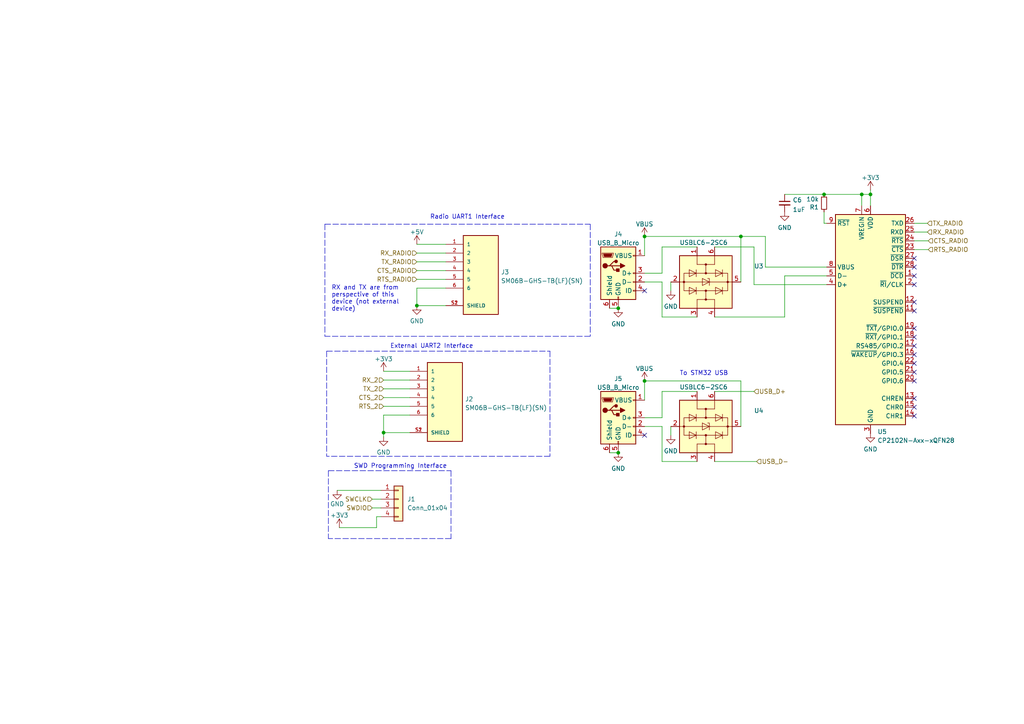
<source format=kicad_sch>
(kicad_sch (version 20211123) (generator eeschema)
  (paper "A4")
  (lib_symbols
    (symbol "Connector:USB_B_Micro" (pin_names (offset 1.016))
      (property "Reference" "J" (at -5.08 11.43 0))
      (property "Value" "USB_B_Micro" (at -5.08 8.89 0))
      (symbol "USB_B_Micro_0_1"
        (rectangle (start -5.08 -7.62) (end 5.08 7.62) (stroke (width 0.254)) (fill (type background)))
        (circle (center -3.81 2.159) (radius 0.635) (stroke (width 0.254)) (fill (type outline)))
        (circle (center -0.635 3.429) (radius 0.381) (stroke (width 0.254)) (fill (type outline)))
        (rectangle (start -0.127 -7.62) (end 0.127 -6.858))
        (polyline (pts (xy -1.905 2.159) (xy 0.635 2.159)) (stroke (width 0.254)))
        (polyline (pts (xy -3.175 2.159) (xy -2.54 2.159) (xy -1.27 3.429) (xy -0.635 3.429)) (stroke (width 0.254)))
        (polyline (pts (xy -2.54 2.159) (xy -1.905 2.159) (xy -1.27 0.889) (xy 0 0.889)) (stroke (width 0.254)))
        (polyline (pts (xy 0.635 2.794) (xy 0.635 1.524) (xy 1.905 2.159) (xy 0.635 2.794)) (stroke (width 0.254)) (fill (type outline)))
        (polyline (pts (xy -4.318 5.588) (xy -1.778 5.588) (xy -2.032 4.826) (xy -4.064 4.826) (xy -4.318 5.588)) (fill (type outline)))
        (polyline (pts (xy -4.699 5.842) (xy -4.699 5.588) (xy -4.445 4.826) (xy -4.445 4.572) (xy -1.651 4.572) (xy -1.651 4.826) (xy -1.397 5.588) (xy -1.397 5.842) (xy -4.699 5.842)))
        (rectangle (start 0.254 1.27) (end -0.508 0.508) (stroke (width 0.254)) (fill (type outline)))
        (rectangle (start 5.08 -5.207) (end 4.318 -4.953))
        (rectangle (start 5.08 -2.667) (end 4.318 -2.413))
        (rectangle (start 5.08 -0.127) (end 4.318 0.127))
        (rectangle (start 5.08 4.953) (end 4.318 5.207))
      )
      (symbol "USB_B_Micro_1_1"
        (pin power_out line (at 7.62 5.08 180) (length 2.54) (name "VBUS") (number "1"))
        (pin bidirectional line (at 7.62 -2.54 180) (length 2.54) (name "D-") (number "2"))
        (pin bidirectional line (at 7.62 0 180) (length 2.54) (name "D+") (number "3"))
        (pin passive line (at 7.62 -5.08 180) (length 2.54) (name "ID") (number "4"))
        (pin power_out line (at 0 -10.16 90) (length 2.54) (name "GND") (number "5"))
        (pin passive line (at -2.54 -10.16 90) (length 2.54) (name "Shield") (number "6"))
      )
    )
    (symbol "Connector_Generic:Conn_01x04" (pin_names (offset 1.016) hide)
      (property "Reference" "J" (at 0 5.08 0))
      (property "Value" "Conn_01x04" (at 0 -7.62 0))
      (symbol "Conn_01x04_1_1"
        (rectangle (start -1.27 -4.953) (end 0 -5.207) (stroke (width 0.1524)))
        (rectangle (start -1.27 -2.413) (end 0 -2.667) (stroke (width 0.1524)))
        (rectangle (start -1.27 0.127) (end 0 -0.127) (stroke (width 0.1524)))
        (rectangle (start -1.27 2.667) (end 0 2.413) (stroke (width 0.1524)))
        (rectangle (start -1.27 3.81) (end 1.27 -6.35) (stroke (width 0.254)) (fill (type background)))
        (pin passive line (at -5.08 2.54 0) (length 3.81) (name "Pin_1") (number "1"))
        (pin passive line (at -5.08 0 0) (length 3.81) (name "Pin_2") (number "2"))
        (pin passive line (at -5.08 -2.54 0) (length 3.81) (name "Pin_3") (number "3"))
        (pin passive line (at -5.08 -5.08 0) (length 3.81) (name "Pin_4") (number "4"))
      )
    )
    (symbol "Device:C_Small" (pin_numbers hide) (pin_names (offset 0.254) hide)
      (property "Reference" "C" (at 0.254 1.778 0))
      (property "Value" "C_Small" (at 0.254 -2.032 0))
      (symbol "C_Small_0_1"
        (polyline (pts (xy -1.524 -0.508) (xy 1.524 -0.508)) (stroke (width 0.3302)))
        (polyline (pts (xy -1.524 0.508) (xy 1.524 0.508)) (stroke (width 0.3048)))
      )
      (symbol "C_Small_1_1"
        (pin passive line (at 0 2.54 270) (length 2.032) (name "~") (number "1"))
        (pin passive line (at 0 -2.54 90) (length 2.032) (name "~") (number "2"))
      )
    )
    (symbol "Interface_USB:CP2102N-Axx-xQFN28"
      (property "Reference" "U" (at -8.89 31.75 0))
      (property "Value" "CP2102N-Axx-xQFN28" (at 12.7 31.75 0))
      (symbol "CP2102N-Axx-xQFN28_0_1"
        (rectangle (start -10.16 30.48) (end 10.16 -30.48) (stroke (width 0.254)) (fill (type background)))
      )
      (symbol "CP2102N-Axx-xQFN28_1_1"
        (pin input line (at 12.7 12.7 180) (length 2.54) (name "~{DCD}") (number "1"))
        (pin no_connect line (at -10.16 -27.94 0) (length 2.54) hide (name "NC") (number "10"))
        (pin output line (at 12.7 2.54 180) (length 2.54) (name "~{SUSPEND}") (number "11"))
        (pin output line (at 12.7 5.08 180) (length 2.54) (name "SUSPEND") (number "12"))
        (pin output line (at 12.7 -22.86 180) (length 2.54) (name "CHREN") (number "13"))
        (pin output line (at 12.7 -27.94 180) (length 2.54) (name "CHR1") (number "14"))
        (pin output line (at 12.7 -25.4 180) (length 2.54) (name "CHR0") (number "15"))
        (pin bidirectional line (at 12.7 -10.16 180) (length 2.54) (name "~{WAKEUP}/GPIO.3") (number "16"))
        (pin bidirectional line (at 12.7 -7.62 180) (length 2.54) (name "RS485/GPIO.2") (number "17"))
        (pin bidirectional line (at 12.7 -5.08 180) (length 2.54) (name "~{RXT}/GPIO.1") (number "18"))
        (pin bidirectional line (at 12.7 -2.54 180) (length 2.54) (name "~{TXT}/GPIO.0") (number "19"))
        (pin bidirectional line (at 12.7 10.16 180) (length 2.54) (name "~{RI}/CLK") (number "2"))
        (pin bidirectional line (at 12.7 -17.78 180) (length 2.54) (name "GPIO.6") (number "20"))
        (pin bidirectional line (at 12.7 -15.24 180) (length 2.54) (name "GPIO.5") (number "21"))
        (pin bidirectional line (at 12.7 -12.7 180) (length 2.54) (name "GPIO.4") (number "22"))
        (pin input line (at 12.7 20.32 180) (length 2.54) (name "~{CTS}") (number "23"))
        (pin output line (at 12.7 22.86 180) (length 2.54) (name "~{RTS}") (number "24"))
        (pin input line (at 12.7 25.4 180) (length 2.54) (name "RXD") (number "25"))
        (pin output line (at 12.7 27.94 180) (length 2.54) (name "TXD") (number "26"))
        (pin input line (at 12.7 17.78 180) (length 2.54) (name "~{DSR}") (number "27"))
        (pin output line (at 12.7 15.24 180) (length 2.54) (name "~{DTR}") (number "28"))
        (pin passive line (at 0 -33.02 90) (length 2.54) hide (name "GND") (number "29"))
        (pin power_in line (at 0 -33.02 90) (length 2.54) (name "GND") (number "3"))
        (pin bidirectional line (at -12.7 10.16 0) (length 2.54) (name "D+") (number "4"))
        (pin bidirectional line (at -12.7 12.7 0) (length 2.54) (name "D-") (number "5"))
        (pin power_in line (at 0 33.02 270) (length 2.54) (name "VDD") (number "6"))
        (pin power_in line (at -2.54 33.02 270) (length 2.54) (name "VREGIN") (number "7"))
        (pin input line (at -12.7 15.24 0) (length 2.54) (name "VBUS") (number "8"))
        (pin input line (at -12.7 27.94 0) (length 2.54) (name "~{RST}") (number "9"))
      )
    )
    (symbol "Nebula-rescue:R_Small-Device-H7_FlightComputer-rescue" (pin_numbers hide) (pin_names (offset 0.254) hide)
      (property "Reference" "R" (at 0.762 0.508 0))
      (property "Value" "R_Small-Device-H7_FlightComputer-rescue" (at 0.762 -1.016 0))
      (symbol "R_Small-Device-H7_FlightComputer-rescue_0_1"
        (rectangle (start -0.762 1.778) (end 0.762 -1.778) (stroke (width 0.2032)))
      )
      (symbol "R_Small-Device-H7_FlightComputer-rescue_1_1"
        (pin passive line (at 0 2.54 270) (length 0.762) (name "~") (number "1"))
        (pin passive line (at 0 -2.54 90) (length 0.762) (name "~") (number "2"))
      )
    )
    (symbol "Power_Protection:USBLC6-2SC6" (pin_names hide)
      (property "Reference" "U" (at 2.54 8.89 0))
      (property "Value" "USBLC6-2SC6" (at 2.54 -8.89 0))
      (symbol "USBLC6-2SC6_0_1"
        (rectangle (start -7.62 -7.62) (end 7.62 7.62) (stroke (width 0.254)) (fill (type background)))
        (circle (center -5.08 0) (radius 0.254) (fill (type outline)))
        (circle (center -2.54 0) (radius 0.254) (fill (type outline)))
        (rectangle (start -2.54 6.35) (end 2.54 -6.35))
        (circle (center 0 -6.35) (radius 0.254) (fill (type outline)))
        (polyline (pts (xy -5.08 -2.54) (xy -7.62 -2.54)))
        (polyline (pts (xy -5.08 0) (xy -5.08 -2.54)))
        (polyline (pts (xy -5.08 2.54) (xy -7.62 2.54)))
        (polyline (pts (xy -1.524 -2.794) (xy -3.556 -2.794)))
        (polyline (pts (xy -1.524 4.826) (xy -3.556 4.826)))
        (polyline (pts (xy 0 -7.62) (xy 0 -6.35)))
        (polyline (pts (xy 0 -6.35) (xy 0 1.27)))
        (polyline (pts (xy 0 1.27) (xy 0 6.35)))
        (polyline (pts (xy 0 6.35) (xy 0 7.62)))
        (polyline (pts (xy 1.524 -2.794) (xy 3.556 -2.794)))
        (polyline (pts (xy 1.524 4.826) (xy 3.556 4.826)))
        (polyline (pts (xy 5.08 -2.54) (xy 7.62 -2.54)))
        (polyline (pts (xy 5.08 0) (xy 5.08 -2.54)))
        (polyline (pts (xy 5.08 2.54) (xy 7.62 2.54)))
        (polyline (pts (xy -2.54 0) (xy -5.08 0) (xy -5.08 2.54)))
        (polyline (pts (xy 2.54 0) (xy 5.08 0) (xy 5.08 2.54)))
        (polyline (pts (xy -3.556 -4.826) (xy -1.524 -4.826) (xy -2.54 -2.794) (xy -3.556 -4.826)))
        (polyline (pts (xy -3.556 2.794) (xy -1.524 2.794) (xy -2.54 4.826) (xy -3.556 2.794)))
        (polyline (pts (xy -1.016 -1.016) (xy 1.016 -1.016) (xy 0 1.016) (xy -1.016 -1.016)))
        (polyline (pts (xy 1.016 1.016) (xy 0.762 1.016) (xy -1.016 1.016) (xy -1.016 0.508)))
        (polyline (pts (xy 3.556 -4.826) (xy 1.524 -4.826) (xy 2.54 -2.794) (xy 3.556 -4.826)))
        (polyline (pts (xy 3.556 2.794) (xy 1.524 2.794) (xy 2.54 4.826) (xy 3.556 2.794)))
        (circle (center 0 6.35) (radius 0.254) (fill (type outline)))
        (circle (center 2.54 0) (radius 0.254) (fill (type outline)))
        (circle (center 5.08 0) (radius 0.254) (fill (type outline)))
      )
      (symbol "USBLC6-2SC6_1_1"
        (pin passive line (at -10.16 -2.54 0) (length 2.54) (name "I/O1") (number "1"))
        (pin passive line (at 0 -10.16 90) (length 2.54) (name "GND") (number "2"))
        (pin passive line (at 10.16 -2.54 180) (length 2.54) (name "I/O2") (number "3"))
        (pin passive line (at 10.16 2.54 180) (length 2.54) (name "I/O2") (number "4"))
        (pin passive line (at 0 10.16 270) (length 2.54) (name "VBUS") (number "5"))
        (pin passive line (at -10.16 2.54 0) (length 2.54) (name "I/O1") (number "6"))
      )
    )
    (symbol "SM06B-GHS-TB_LF__SN_:SM06B-GHS-TB(LF)(SN)" (pin_names (offset 1.016))
      (property "Reference" "J" (at -5.08 11.43 0))
      (property "Value" "SM06B-GHS-TB(LF)(SN)" (at -5.08 -15.24 0))
      (symbol "SM06B-GHS-TB(LF)(SN)_0_0"
        (rectangle (start -5.08 -12.7) (end 5.08 10.16) (stroke (width 0.254)) (fill (type background)))
        (pin passive line (at -10.16 7.62 0) (length 5.08) (name "1") (number "1"))
        (pin passive line (at -10.16 5.08 0) (length 5.08) (name "2") (number "2"))
        (pin passive line (at -10.16 2.54 0) (length 5.08) (name "3") (number "3"))
        (pin passive line (at -10.16 0 0) (length 5.08) (name "4") (number "4"))
        (pin passive line (at -10.16 -2.54 0) (length 5.08) (name "5") (number "5"))
        (pin passive line (at -10.16 -5.08 0) (length 5.08) (name "6") (number "6"))
        (pin passive line (at -10.16 -10.16 0) (length 5.08) (name "SHIELD") (number "S1"))
        (pin passive line (at -10.16 -10.16 0) (length 5.08) (name "SHIELD") (number "S2"))
      )
    )
    (symbol "power:+3.3V" (power) (pin_names (offset 0))
      (property "Value" "+3.3V" (at 0 3.556 0))
      (symbol "+3.3V_0_1"
        (polyline (pts (xy -0.762 1.27) (xy 0 2.54)))
        (polyline (pts (xy 0 0) (xy 0 2.54)))
        (polyline (pts (xy 0 2.54) (xy 0.762 1.27)))
      )
      (symbol "+3.3V_1_1"
        (pin power_in line (at 0 0 90) (length 0) hide (name "+3V3") (number "1"))
      )
    )
    (symbol "power:+5V" (power) (pin_names (offset 0))
      (property "Value" "+5V" (at 0 3.556 0))
      (symbol "+5V_0_1"
        (polyline (pts (xy -0.762 1.27) (xy 0 2.54)))
        (polyline (pts (xy 0 0) (xy 0 2.54)))
        (polyline (pts (xy 0 2.54) (xy 0.762 1.27)))
      )
      (symbol "+5V_1_1"
        (pin power_in line (at 0 0 90) (length 0) hide (name "+5V") (number "1"))
      )
    )
    (symbol "power:GND" (power) (pin_names (offset 0))
      (property "Value" "GND" (at 0 -3.81 0))
      (symbol "GND_0_1"
        (polyline (pts (xy 0 0) (xy 0 -1.27) (xy 1.27 -1.27) (xy 0 -2.54) (xy -1.27 -1.27) (xy 0 -1.27)))
      )
      (symbol "GND_1_1"
        (pin power_in line (at 0 0 270) (length 0) hide (name "GND") (number "1"))
      )
    )
    (symbol "power:VBUS" (power) (pin_names (offset 0))
      (property "Value" "VBUS" (at 0 3.81 0))
      (symbol "VBUS_0_1"
        (polyline (pts (xy -0.762 1.27) (xy 0 2.54)))
        (polyline (pts (xy 0 0) (xy 0 2.54)))
        (polyline (pts (xy 0 2.54) (xy 0.762 1.27)))
      )
      (symbol "VBUS_1_1"
        (pin power_in line (at 0 0 90) (length 0) hide (name "VBUS") (number "1"))
      )
    )
  )
  (junction (at 239.014 56.388))
  (junction (at 186.944 68.58))
  (junction (at 111.252 125.476))
  (junction (at 179.324 131.318))
  (junction (at 214.884 68.58))
  (junction (at 249.936 56.388))
  (junction (at 186.944 110.49))
  (junction (at 179.324 89.408))
  (junction (at 120.904 88.646))
  (junction (at 252.476 56.388))
  (no_connect (at 265.176 87.63))
  (no_connect (at 265.176 80.01))
  (no_connect (at 265.176 115.57))
  (no_connect (at 186.944 126.238))
  (no_connect (at 265.176 105.41))
  (no_connect (at 265.176 120.65))
  (no_connect (at 265.176 74.93))
  (no_connect (at 265.176 110.49))
  (no_connect (at 265.176 107.95))
  (no_connect (at 265.176 82.55))
  (no_connect (at 265.176 95.25))
  (no_connect (at 265.176 100.33))
  (no_connect (at 186.944 84.328))
  (no_connect (at 265.176 90.17))
  (no_connect (at 265.176 102.87))
  (no_connect (at 265.176 77.47))
  (no_connect (at 265.176 97.79))
  (no_connect (at 265.176 118.11))
  (wire (pts (xy 239.014 61.468) (xy 239.014 64.77)))
  (wire (pts (xy 194.564 81.788) (xy 194.564 84.328)))
  (wire (pts (xy 186.944 110.49) (xy 186.944 116.078)))
  (wire (pts (xy 192.024 113.538) (xy 202.184 113.538)))
  (wire (pts (xy 214.884 110.49) (xy 214.884 123.698)))
  (polyline (pts (xy 95.25 136.525) (xy 130.81 136.525)))
  (wire (pts (xy 221.996 77.47) (xy 239.776 77.47)))
  (wire (pts (xy 207.264 91.948) (xy 227.584 91.948)))
  (polyline (pts (xy 159.512 101.854) (xy 159.512 132.334)))
  (wire (pts (xy 186.944 81.788) (xy 192.024 81.788)))
  (wire (pts (xy 265.176 69.85) (xy 269.24 69.85)))
  (wire (pts (xy 227.584 80.01) (xy 239.776 80.01)))
  (polyline (pts (xy 94.742 101.854) (xy 94.742 132.334)))
  (wire (pts (xy 218.694 82.55) (xy 239.776 82.55)))
  (wire (pts (xy 214.884 68.58) (xy 214.884 81.788)))
  (wire (pts (xy 111.252 125.476) (xy 118.872 125.476)))
  (polyline (pts (xy 159.512 132.334) (xy 94.742 132.334)))
  (wire (pts (xy 120.904 73.406) (xy 129.286 73.406)))
  (wire (pts (xy 265.176 72.39) (xy 269.24 72.39)))
  (wire (pts (xy 249.936 56.388) (xy 252.476 56.388)))
  (wire (pts (xy 111.252 112.776) (xy 118.872 112.776)))
  (wire (pts (xy 192.024 91.948) (xy 202.184 91.948)))
  (wire (pts (xy 265.176 64.77) (xy 268.986 64.77)))
  (wire (pts (xy 120.904 83.566) (xy 120.904 88.646)))
  (wire (pts (xy 192.024 123.698) (xy 192.024 133.858)))
  (wire (pts (xy 239.014 56.388) (xy 249.936 56.388)))
  (wire (pts (xy 186.944 79.248) (xy 192.024 79.248)))
  (wire (pts (xy 120.904 78.486) (xy 129.286 78.486)))
  (wire (pts (xy 207.264 71.628) (xy 218.694 71.628)))
  (polyline (pts (xy 94.234 65.024) (xy 94.234 97.536)))
  (wire (pts (xy 252.476 56.388) (xy 252.476 59.69)))
  (wire (pts (xy 192.024 79.248) (xy 192.024 71.628)))
  (wire (pts (xy 214.884 110.49) (xy 186.944 110.49)))
  (wire (pts (xy 186.944 68.58) (xy 186.944 74.168)))
  (wire (pts (xy 192.024 81.788) (xy 192.024 91.948)))
  (wire (pts (xy 192.024 121.158) (xy 192.024 113.538)))
  (wire (pts (xy 186.944 123.698) (xy 192.024 123.698)))
  (wire (pts (xy 249.936 56.388) (xy 249.936 59.69)))
  (wire (pts (xy 111.252 126.746) (xy 111.252 125.476)))
  (polyline (pts (xy 94.742 101.854) (xy 159.512 101.854)))
  (polyline (pts (xy 171.196 97.536) (xy 94.234 97.536)))
  (wire (pts (xy 227.584 91.948) (xy 227.584 80.01)))
  (wire (pts (xy 107.95 147.32) (xy 110.49 147.32)))
  (wire (pts (xy 111.252 120.396) (xy 118.872 120.396)))
  (wire (pts (xy 129.286 83.566) (xy 120.904 83.566)))
  (wire (pts (xy 252.476 55.118) (xy 252.476 56.388)))
  (wire (pts (xy 221.996 77.47) (xy 221.996 68.58)))
  (wire (pts (xy 97.79 142.24) (xy 110.49 142.24)))
  (wire (pts (xy 265.176 67.31) (xy 268.986 67.31)))
  (polyline (pts (xy 171.196 65.024) (xy 171.196 97.536)))
  (wire (pts (xy 176.784 89.408) (xy 179.324 89.408)))
  (wire (pts (xy 111.252 110.236) (xy 118.872 110.236)))
  (wire (pts (xy 207.264 133.858) (xy 219.456 133.858)))
  (wire (pts (xy 218.694 71.628) (xy 218.694 82.55)))
  (wire (pts (xy 120.904 70.866) (xy 129.286 70.866)))
  (polyline (pts (xy 94.234 65.024) (xy 171.196 65.024)))
  (wire (pts (xy 194.564 123.698) (xy 194.564 126.238)))
  (wire (pts (xy 239.014 64.77) (xy 239.776 64.77)))
  (wire (pts (xy 192.024 71.628) (xy 202.184 71.628)))
  (polyline (pts (xy 130.81 156.21) (xy 95.25 156.21)))
  (polyline (pts (xy 130.81 136.525) (xy 130.81 156.21)))
  (wire (pts (xy 214.884 68.58) (xy 186.944 68.58)))
  (wire (pts (xy 109.22 153.035) (xy 98.425 153.035)))
  (wire (pts (xy 192.024 133.858) (xy 202.184 133.858)))
  (wire (pts (xy 207.264 113.538) (xy 218.694 113.538)))
  (wire (pts (xy 221.996 68.58) (xy 214.884 68.58)))
  (wire (pts (xy 109.22 149.86) (xy 109.22 153.035)))
  (wire (pts (xy 120.904 81.026) (xy 129.286 81.026)))
  (wire (pts (xy 227.584 56.388) (xy 239.014 56.388)))
  (wire (pts (xy 110.49 149.86) (xy 109.22 149.86)))
  (wire (pts (xy 107.95 144.78) (xy 110.49 144.78)))
  (polyline (pts (xy 95.25 136.525) (xy 95.25 156.21)))
  (wire (pts (xy 111.252 115.316) (xy 118.872 115.316)))
  (wire (pts (xy 111.252 117.856) (xy 118.872 117.856)))
  (wire (pts (xy 111.252 107.696) (xy 118.872 107.696)))
  (wire (pts (xy 176.784 131.318) (xy 179.324 131.318)))
  (wire (pts (xy 111.252 125.476) (xy 111.252 120.396)))
  (wire (pts (xy 186.944 121.158) (xy 192.024 121.158)))
  (wire (pts (xy 120.904 75.946) (xy 129.286 75.946)))
  (wire (pts (xy 120.904 88.646) (xy 129.286 88.646)))
  (text "External UART2 Interface" (at 113.157 101.219 0) (effects (font (size 1.27 1.27)) (justify left bottom)))
  (text "To STM32 USB" (at 197.104 109.093 0) (effects (font (size 1.27 1.27)) (justify left bottom)))
  (text "RX and TX are from\nperspective of this \ndevice (not external\ndevice)" (at 96.139 90.424 0) (effects (font (size 1.27 1.27)) (justify left bottom)))
  (text "SWD Programming Interface" (at 102.616 136.017 0) (effects (font (size 1.27 1.27)) (justify left bottom)))
  (text "Radio UART1 Interface" (at 124.714 63.754 0) (effects (font (size 1.27 1.27)) (justify left bottom)))
  (hierarchical_label "RTS_RADIO" (shape input) (at 269.24 72.39 0))
  (hierarchical_label "CTS_RADIO" (shape input) (at 120.904 78.486 180))
  (hierarchical_label "SWDIO" (shape input) (at 107.95 147.32 180))
  (hierarchical_label "TX_2" (shape input) (at 111.252 112.776 180))
  (hierarchical_label "RX_2" (shape input) (at 111.252 110.236 180))
  (hierarchical_label "TX_RADIO" (shape input) (at 268.986 64.77 0))
  (hierarchical_label "TX_RADIO" (shape input) (at 120.904 75.946 180))
  (hierarchical_label "RX_RADIO" (shape input) (at 268.986 67.31 0))
  (hierarchical_label "RTS_2" (shape input) (at 111.252 117.856 180))
  (hierarchical_label "USB_D-" (shape input) (at 219.456 133.858 0))
  (hierarchical_label "CTS_RADIO" (shape input) (at 269.24 69.85 0))
  (hierarchical_label "RTS_RADIO" (shape input) (at 120.904 81.026 180))
  (hierarchical_label "CTS_2" (shape input) (at 111.252 115.316 180))
  (hierarchical_label "SWCLK" (shape input) (at 107.95 144.78 180))
  (hierarchical_label "RX_RADIO" (shape input) (at 120.904 73.406 180))
  (hierarchical_label "USB_D+" (shape input) (at 218.694 113.538 0))
  (symbol (lib_id "Device:C_Small") (at 227.584 58.928 0) (unit 1)
    (property "Reference" "C6" (at 229.9082 58.0195 0) (effects (justify left)))
    (property "Value" "1uF" (at 229.9082 60.7946 0) (effects (justify left)))
    (property "Footprint" "Capacitor_SMD:C_0603_1608Metric_Pad1.08x0.95mm_HandSolder" (effects hide))
  )
  (symbol (lib_id "power:GND") (at 252.476 125.73 0) (unit 1)
    (property "Reference" "#PWR0123" (effects hide))
    (property "Value" "GND" (at 252.476 130.2926 0))
  )
  (symbol (lib_id "power:GND") (at 97.79 142.24 0) (unit 1)
    (property "Reference" "#PWR0114" (effects hide))
    (property "Value" "GND" (at 97.79 146.1676 0))
  )
  (symbol (lib_id "power:+3.3V") (at 111.252 107.696 0) (unit 1)
    (property "Reference" "#PWR0116" (effects hide))
    (property "Value" "+3.3V" (at 111.252 104.1202 0))
  )
  (symbol (lib_id "power:GND") (at 227.584 61.468 0) (unit 1)
    (property "Reference" "#PWR0122" (effects hide))
    (property "Value" "GND" (at 227.584 66.0306 0))
  )
  (symbol (lib_id "power:+3.3V") (at 98.425 153.035 0) (unit 1)
    (property "Reference" "#PWR0112" (effects hide))
    (property "Value" "+3.3V" (at 98.425 149.4592 0))
  )
  (symbol (lib_id "power:VBUS") (at 186.944 68.58 0) (unit 1)
    (property "Reference" "#PWR0120" (effects hide))
    (property "Value" "VBUS" (at 186.944 65.0042 0))
  )
  (symbol (lib_id "power:GND") (at 111.252 126.746 0) (unit 1)
    (property "Reference" "#PWR0113" (effects hide))
    (property "Value" "GND" (at 111.252 131.1894 0))
  )
  (symbol (lib_id "power:GND") (at 194.564 126.238 0) (unit 1)
    (property "Reference" "#PWR0126" (effects hide))
    (property "Value" "GND" (at 194.564 130.8006 0))
  )
  (symbol (lib_id "SM06B-GHS-TB_LF__SN_:SM06B-GHS-TB(LF)(SN)") (at 129.032 115.316 0) (unit 1)
    (property "Reference" "J2" (at 134.874 115.7513 0) (effects (justify left)))
    (property "Value" "SM06B-GHS-TB(LF)(SN)" (at 134.874 118.2882 0) (effects (justify left)))
    (property "Footprint" "Footprints:JST_SM06B-GHS-TB(LF)(SN)" (effects hide))
    (property "PARTREV" "N/A" (effects hide))
    (property "STANDARD" "Manufacturer Recommendations" (effects hide))
    (property "MAXIMUM_PACKAGE_HEIGHT" "4.25mm" (effects hide))
    (property "MANUFACTURER" "JST" (effects hide))
  )
  (symbol (lib_id "power:GND") (at 194.564 84.328 0) (unit 1)
    (property "Reference" "#PWR0121" (effects hide))
    (property "Value" "GND" (at 194.564 88.8906 0))
  )
  (symbol (lib_id "power:+5V") (at 120.904 70.866 0) (unit 1)
    (property "Reference" "#PWR0117" (effects hide))
    (property "Value" "+5V" (at 120.904 67.2902 0))
  )
  (symbol (lib_id "power:GND") (at 179.324 131.318 0) (unit 1)
    (property "Reference" "#PWR0125" (effects hide))
    (property "Value" "GND" (at 179.324 135.8806 0))
  )
  (symbol (lib_id "Nebula-rescue:R_Small-Device-H7_FlightComputer-rescue") (at 239.014 58.928 180) (unit 1)
    (property "Reference" "R1" (at 237.5154 60.0964 0) (effects (justify left)))
    (property "Value" "10k" (at 237.5154 57.785 0) (effects (justify left)))
    (property "Footprint" "Resistor_SMD:R_0603_1608Metric_Pad0.98x0.95mm_HandSolder" (effects hide))
  )
  (symbol (lib_id "Interface_USB:CP2102N-Axx-xQFN28") (at 252.476 92.71 0) (unit 1)
    (property "Reference" "U5" (at 254.4954 125.2204 0) (effects (justify left)))
    (property "Value" "CP2102N-Axx-xQFN28" (at 254.4954 127.7573 0) (effects (justify left)))
    (property "Footprint" "Package_DFN_QFN:QFN-28-1EP_5x5mm_P0.5mm_EP3.35x3.35mm" (effects hide))
    (property "Datasheet" "https://www.silabs.com/documents/public/data-sheets/cp2102n-datasheet.pdf" (effects hide))
  )
  (symbol (lib_id "power:GND") (at 120.904 88.646 0) (unit 1)
    (property "Reference" "#PWR0115" (effects hide))
    (property "Value" "GND" (at 120.904 93.0894 0))
  )
  (symbol (lib_id "Connector:USB_B_Micro") (at 179.324 79.248 0) (unit 1)
    (property "Reference" "J4" (at 179.324 67.9282 0))
    (property "Value" "USB_B_Micro" (at 179.324 70.4651 0))
    (property "Footprint" "Connector_USB:USB_Micro-B_Molex-105017-0001" (effects hide))
  )
  (symbol (lib_id "Connector:USB_B_Micro") (at 179.324 121.158 0) (unit 1)
    (property "Reference" "J5" (at 179.324 109.8382 0))
    (property "Value" "USB_B_Micro" (at 179.324 112.3751 0))
    (property "Footprint" "Connector_USB:USB_Micro-B_Molex-105017-0001" (effects hide))
  )
  (symbol (lib_id "Connector_Generic:Conn_01x04") (at 115.57 144.78 0) (unit 1)
    (property "Reference" "J1" (at 118.11 144.7799 0) (effects (justify left)))
    (property "Value" "Conn_01x04" (at 118.11 147.3199 0) (effects (justify left)))
    (property "Footprint" "Connector_PinHeader_2.54mm:PinHeader_1x04_P2.54mm_Horizontal" (effects hide))
  )
  (symbol (lib_id "SM06B-GHS-TB_LF__SN_:SM06B-GHS-TB(LF)(SN)") (at 139.446 78.486 0) (unit 1)
    (property "Reference" "J3" (at 145.288 78.9213 0) (effects (justify left)))
    (property "Value" "SM06B-GHS-TB(LF)(SN)" (at 145.288 81.4582 0) (effects (justify left)))
    (property "Footprint" "Footprints:JST_SM06B-GHS-TB(LF)(SN)" (effects hide))
    (property "PARTREV" "N/A" (effects hide))
    (property "STANDARD" "Manufacturer Recommendations" (effects hide))
    (property "MAXIMUM_PACKAGE_HEIGHT" "4.25mm" (effects hide))
    (property "MANUFACTURER" "JST" (effects hide))
  )
  (symbol (lib_id "power:VBUS") (at 186.944 110.49 0) (unit 1)
    (property "Reference" "#PWR0119" (effects hide))
    (property "Value" "VBUS" (at 186.944 106.9142 0))
  )
  (symbol (lib_id "Power_Protection:USBLC6-2SC6") (at 204.724 81.788 270) (unit 1)
    (property "Reference" "U3" (at 220.0797 77.1991 90))
    (property "Value" "USBLC6-2SC6" (at 204.089 70.358 90))
    (property "Footprint" "Package_TO_SOT_SMD:SOT-23-6" (effects hide))
    (property "Datasheet" "https://www.st.com/resource/en/datasheet/usblc6-2.pdf" (effects hide))
  )
  (symbol (lib_id "power:GND") (at 179.324 89.408 0) (unit 1)
    (property "Reference" "#PWR0118" (effects hide))
    (property "Value" "GND" (at 179.324 93.9706 0))
  )
  (symbol (lib_id "power:+3.3V") (at 252.476 55.118 0) (unit 1)
    (property "Reference" "#PWR0124" (effects hide))
    (property "Value" "+3.3V" (at 252.476 51.5422 0))
  )
  (symbol (lib_id "Power_Protection:USBLC6-2SC6") (at 204.724 123.698 270) (unit 1)
    (property "Reference" "U4" (at 220.0797 119.1091 90))
    (property "Value" "USBLC6-2SC6" (at 204.089 112.268 90))
    (property "Footprint" "Package_TO_SOT_SMD:SOT-23-6" (effects hide))
    (property "Datasheet" "https://www.st.com/resource/en/datasheet/usblc6-2.pdf" (effects hide))
  )
)
</source>
